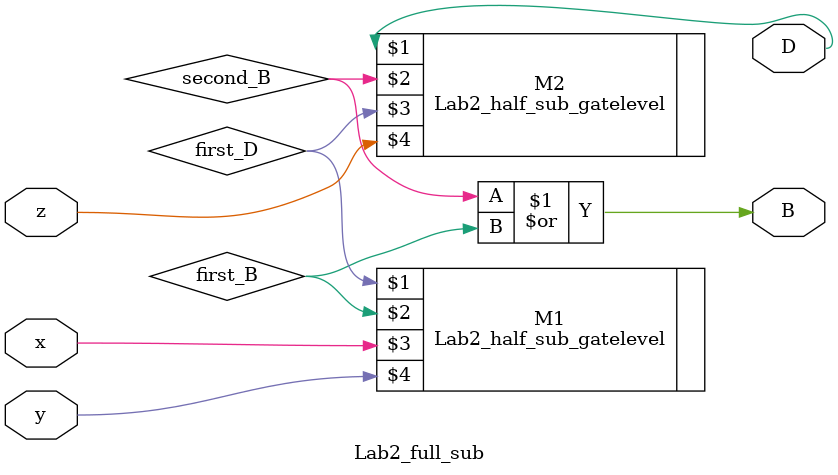
<source format=v>
`include "Lab2_half_sub_gatelevel.v"

module Lab2_full_sub(output D,B,input x,y,z);
	wire first_D,first_B,second_B;
	Lab2_half_sub_gatelevel M1(first_D,first_B,x,y);
	Lab2_half_sub_gatelevel M2(D,second_B,first_D,z);
	or(B,second_B,first_B);
endmodule
</source>
